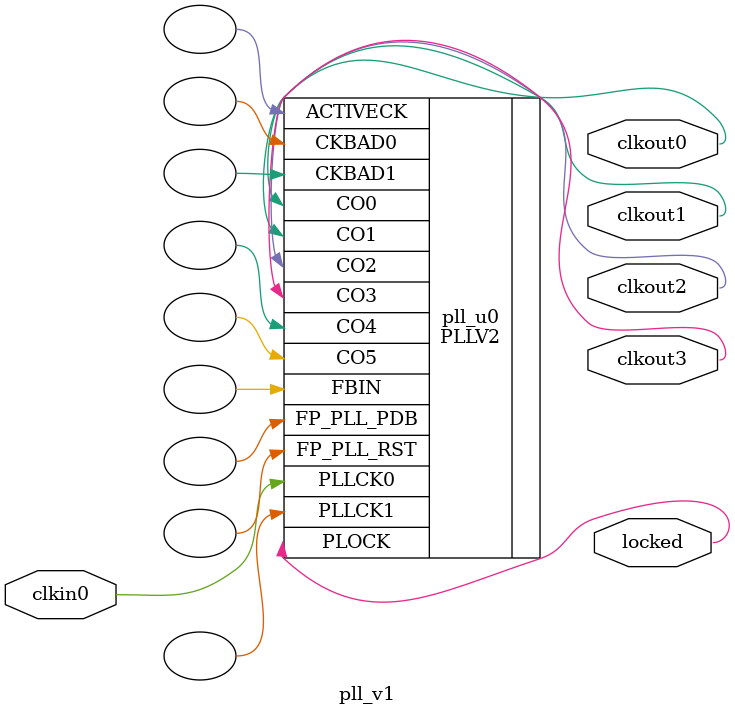
<source format=v>

module pll_v1(
    clkin0,
    clkout0,
    clkout1,
    clkout2,
    clkout3,
    locked
);

input clkin0;
output clkout0;
output clkout1;
output clkout2;
output clkout3;
output locked;

PLLV2 #(
        .CFG_SEL_FBPATH (1'b0),
        .CFG_CKSEL (1'b0),
        .CFG_CK_SWITCH_EN (1'b0),
        .CFG_DIVN (8'b00000111),
        .CFG_DIVM (8'b01100110),
        .CFG_DIVFB (1'b0),
        .CFG_LPF (3'b010),
        .CFG_CPSEL_CR (3'b010),
        .CFG_CPSEL_FN (7'b1100110),
        .CFG_CP_AUTO_ENB (1'b0),
        .CFG_RST_REG_ENB (1'b0),
        .CFG_CALIB_EN (1'b1),
        .CFG_CALIB_RSTN (1'b1),
        .CFG_CALIB_MANUAL (4'b1000),
        .CFG_CALIB_WIN (2'b00),
        .CFG_CALIB_DIV (8'b00001010),
        .CFG_CALIB_16_32U (1'b0),
        .CFG_BP_VDOUT (1'b0),
        .CFG_LKD_MUX (1'b0),
        .CFG_FORCE_LOCK (1'b0),
        .CFG_FLDD (2'b11),
        .CFG_ATEST_EN (1'b0),
        .CFG_DTEST_EN (1'b0),
        .CFG_ATEST_SEL (1'b0),
        .CFG_DTEST_SEL (1'b0),
        .CFG_VCO_INI_SEL (1'b0),
        .CFG_LKD_TOL (1'b0),
        .CFG_LKD_HOLD (1'b0),
        .CFG_VRSEL (2'b10),
        .CFG_BK (4'b0001),
        .CFG_SSEN (1'b0),
        .CFG_SSDIVH (2'b00),
        .CFG_SSDIVL (8'b10000100),
        .CFG_SSRG (2'b01),
        .CFG_MKEN0 (1'b1),
        .CFG_MKEN1 (1'b1),
        .CFG_MKEN2 (1'b1),
        .CFG_MKEN3 (1'b1),
        .CFG_MKEN4 (1'b0),
        .CFG_MKEN5 (1'b0),
        .CFG_BPS0 (1'b0),
        .CFG_BPS1 (1'b0),
        .CFG_BPS2 (1'b0),
        .CFG_BPS3 (1'b0),
        .CFG_BPS4 (1'b0),
        .CFG_BPS5 (1'b0),
        .CFG_DIVC0 (8'b00000110),
        .CFG_DIVC1 (8'b01000111),
        .CFG_DIVC2 (8'b00010000),
        .CFG_DIVC3 (8'b00010100),
        .CFG_DIVC4 (8'b00001000),
        .CFG_DIVC5 (8'b00001000),
        .CFG_CO0DLY (8'b00000000),
        .CFG_CO1DLY (8'b00000000),
        .CFG_CO2DLY (8'b00000000),
        .CFG_CO3DLY (8'b00000000),
        .CFG_CO4DLY (8'b00000000),
        .CFG_CO5DLY (8'b00000000),
        .CFG_P0SEL (3'b000),
        .CFG_P1SEL (3'b000),
        .CFG_P2SEL (3'b000),
        .CFG_P3SEL (3'b000),
        .CFG_P4SEL (3'b000),
        .CFG_P5SEL (3'b000),
        .CFG_PFBSEL (3'b000),
        .CFG_RSTPLL_SEL (2'b01),
        .CFG_PPDB_SEL (2'b01),
        .CFG_LOCK_GATE (1'b1),
        .CFG_FRAC (3'b000),
        .CFG_FP_EN (1'b0)
)
pll_u0 (
        .PLLCK0 (clkin0),
        .PLLCK1 (),
        .FBIN (),
        .FP_PLL_PDB (),
        .FP_PLL_RST (),
        .ACTIVECK (),
        .CKBAD0 (),
        .CKBAD1 (),
        .CO0 (clkout0),
        .CO1 (clkout1),
        .CO2 (clkout2),
        .CO3 (clkout3),
        .CO4 (),
        .CO5 (),
        .PLOCK (locked)
);

endmodule

// ============================================================
//                  pll Setting
//
// Warning: This part is read by Fuxi, please don't modify it.
// ============================================================
// Device          : H1D03N3W72C7
// Module          : pll_v1
// IP core         : pll
// IP Version      : 1

// AutoSwitch      : false
// BandWidth       : Medium
// Bypass0         : false
// Bypass1         : false
// Bypass2         : false
// Bypass3         : false
// Bypass4         : false
// Bypass5         : false
// C0              : 6
// C1              : 71
// C2              : 16
// C3              : 20
// C4              : 8
// C5              : 8
// Clkin0Enable    : true
// Clkin1Enable    : false
// ClkinDefault    : 0
// Clkout0UseFrac  : true
// ClkoutNum       : 4
// Delay0          : 0
// Delay1          : 0
// Delay2          : 0
// Delay3          : 0
// Delay4          : 0
// Delay5          : 0
// DelayUnit       : degree
// DeskewMode      : None
// Enable0         : true
// Enable1         : true
// Enable2         : true
// Enable3         : true
// Enable4         : false
// Enable5         : false
// ForceLocked     : false
// GclkCcbEnable   : false
// InputFreq       : 80
// M               : 102
// N               : 7
// Phase0          : 0
// Phase1          : 0
// Phase2          : 0
// Phase3          : 0
// Phase4          : 0
// Phase5          : 0
// PortActiveck    : false
// PortCkbad0      : false
// PortCkbad1      : false
// PortLocked      : true
// PowerMode       : always_on
// ResetMode       : ccb
// Simulation Files: 
// SpreadDivH      : 0
// SpreadDivL      : 132
// SpreadEnable    : false
// SpreadRatio     : 1
// Synthesis Files : 
// UseDynPhaseShift: false
// UseLockGate     : false
// VcoCalibration  : true
// VcoDivide       : 0

</source>
